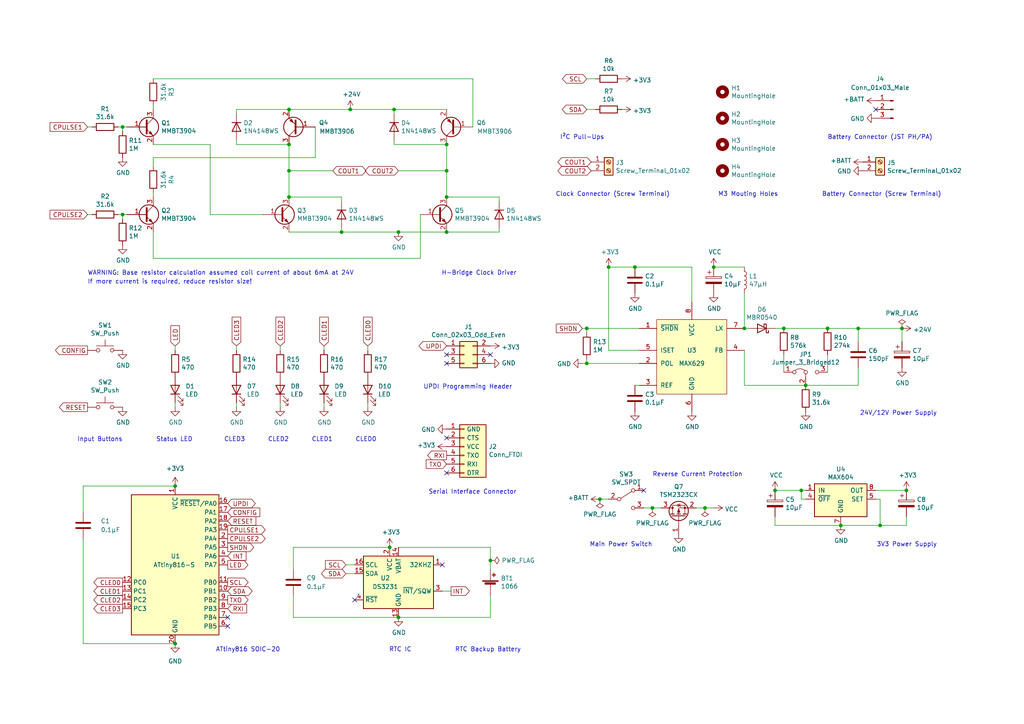
<source format=kicad_sch>
(kicad_sch (version 20211123) (generator eeschema)
  (paper "A4")
  (title_block (title "slock") (date "2022-11-16") (rev "1.1") (company "buckket.org"))
  (junction (at 35.56 62.23))
  (junction (at 170.18 95.25))
  (junction (at 232.41 142.24))
  (junction (at 170.18 105.41))
  (junction (at 101.6 31.75))
  (junction (at 204.47 147.32))
  (junction (at 115.57 179.07))
  (junction (at 129.54 49.53))
  (junction (at 176.53 77.47))
  (junction (at 255.27 152.4))
  (junction (at 215.9 95.25))
  (junction (at 35.56 36.83))
  (junction (at 227.33 95.25))
  (junction (at 189.23 147.32))
  (junction (at 142.24 162.56))
  (junction (at 261.62 95.25))
  (junction (at 248.92 95.25))
  (junction (at 50.8 186.69))
  (junction (at 114.3 31.75))
  (junction (at 83.82 41.91))
  (junction (at 99.06 67.31))
  (junction (at 262.89 142.24))
  (junction (at 50.8 140.97))
  (junction (at 129.54 41.91))
  (junction (at 83.82 31.75))
  (junction (at 115.57 67.31))
  (junction (at 113.03 158.75))
  (junction (at 173.99 144.78))
  (junction (at 233.68 111.76))
  (junction (at 83.82 49.53))
  (junction (at 129.54 67.31))
  (junction (at 129.54 57.15))
  (junction (at 207.01 77.47))
  (junction (at 243.84 152.4))
  (junction (at 184.15 77.47))
  (junction (at 224.79 142.24))
  (junction (at 240.03 95.25))
  (junction (at 83.82 57.15))
  (no_connect (at 66.04 181.61))
  (no_connect (at 129.54 102.87))
  (no_connect (at 102.87 173.99))
  (no_connect (at 66.04 179.07))
  (no_connect (at 142.24 102.87))
  (no_connect (at 129.54 127))
  (no_connect (at 129.54 137.16))
  (no_connect (at 186.69 142.24))
  (no_connect (at 129.54 105.41))
  (no_connect (at 254 31.75))
  (no_connect (at 128.27 163.83))
  (wire (pts (xy 68.58 31.75) (xy 68.58 33.02)))
  (wire (pts (xy 114.3 41.91) (xy 129.54 41.91)))
  (wire (pts (xy 262.89 149.86) (xy 262.89 152.4)))
  (wire (pts (xy 83.82 49.53) (xy 96.52 49.53)))
  (wire (pts (xy 114.3 31.75) (xy 114.3 33.02)))
  (wire (pts (xy 233.68 111.76) (xy 215.9 111.76)))
  (wire (pts (xy 44.45 45.72) (xy 91.44 45.72)))
  (wire (pts (xy 35.56 38.1) (xy 35.56 36.83)))
  (wire (pts (xy 240.03 95.25) (xy 248.92 95.25)))
  (wire (pts (xy 34.29 36.83) (xy 35.56 36.83)))
  (wire (pts (xy 262.89 152.4) (xy 255.27 152.4)))
  (wire (pts (xy 232.41 142.24) (xy 224.79 142.24)))
  (wire (pts (xy 144.78 57.15) (xy 144.78 58.42)))
  (wire (pts (xy 176.53 77.47) (xy 176.53 101.6)))
  (wire (pts (xy 233.68 142.24) (xy 232.41 142.24)))
  (wire (pts (xy 248.92 111.76) (xy 233.68 111.76)))
  (wire (pts (xy 248.92 106.68) (xy 248.92 111.76)))
  (wire (pts (xy 261.62 95.25) (xy 261.62 99.06)))
  (wire (pts (xy 254 142.24) (xy 262.89 142.24)))
  (wire (pts (xy 44.45 45.72) (xy 44.45 48.26)))
  (wire (pts (xy 68.58 31.75) (xy 83.82 31.75)))
  (wire (pts (xy 200.66 77.47) (xy 200.66 87.63)))
  (wire (pts (xy 81.28 118.11) (xy 81.28 116.84)))
  (wire (pts (xy 99.06 57.15) (xy 99.06 58.42)))
  (wire (pts (xy 24.13 186.69) (xy 50.8 186.69)))
  (wire (pts (xy 215.9 85.09) (xy 215.9 95.25)))
  (wire (pts (xy 50.8 100.33) (xy 50.8 101.6)))
  (wire (pts (xy 34.29 62.23) (xy 35.56 62.23)))
  (wire (pts (xy 24.13 148.59) (xy 24.13 140.97)))
  (wire (pts (xy 240.03 107.95) (xy 240.03 102.87)))
  (wire (pts (xy 204.47 147.32) (xy 207.01 147.32)))
  (wire (pts (xy 100.33 166.37) (xy 102.87 166.37)))
  (wire (pts (xy 144.78 67.31) (xy 144.78 66.04)))
  (wire (pts (xy 100.33 163.83) (xy 102.87 163.83)))
  (wire (pts (xy 232.41 144.78) (xy 232.41 142.24)))
  (wire (pts (xy 115.57 49.53) (xy 129.54 49.53)))
  (wire (pts (xy 35.56 63.5) (xy 35.56 62.23)))
  (wire (pts (xy 68.58 41.91) (xy 83.82 41.91)))
  (wire (pts (xy 129.54 41.91) (xy 129.54 49.53)))
  (wire (pts (xy 189.23 147.32) (xy 191.77 147.32)))
  (wire (pts (xy 83.82 31.75) (xy 101.6 31.75)))
  (wire (pts (xy 60.96 62.23) (xy 60.96 41.91)))
  (wire (pts (xy 50.8 118.11) (xy 50.8 116.84)))
  (wire (pts (xy 115.57 67.31) (xy 99.06 67.31)))
  (wire (pts (xy 35.56 36.83) (xy 36.83 36.83)))
  (wire (pts (xy 254 144.78) (xy 255.27 144.78)))
  (wire (pts (xy 85.09 165.1) (xy 85.09 158.75)))
  (wire (pts (xy 227.33 102.87) (xy 227.33 107.95)))
  (wire (pts (xy 207.01 77.47) (xy 215.9 77.47)))
  (wire (pts (xy 76.2 62.23) (xy 60.96 62.23)))
  (wire (pts (xy 99.06 67.31) (xy 99.06 66.04)))
  (wire (pts (xy 68.58 118.11) (xy 68.58 116.84)))
  (wire (pts (xy 224.79 149.86) (xy 224.79 152.4)))
  (wire (pts (xy 106.68 118.11) (xy 106.68 116.84)))
  (wire (pts (xy 172.72 22.86) (xy 170.18 22.86)))
  (wire (pts (xy 115.57 179.07) (xy 142.24 179.07)))
  (wire (pts (xy 173.99 144.78) (xy 176.53 144.78)))
  (wire (pts (xy 129.54 57.15) (xy 144.78 57.15)))
  (wire (pts (xy 176.53 77.47) (xy 184.15 77.47)))
  (wire (pts (xy 85.09 179.07) (xy 115.57 179.07)))
  (wire (pts (xy 81.28 100.33) (xy 81.28 101.6)))
  (wire (pts (xy 44.45 22.86) (xy 137.16 22.86)))
  (wire (pts (xy 83.82 41.91) (xy 83.82 49.53)))
  (wire (pts (xy 106.68 100.33) (xy 106.68 101.6)))
  (wire (pts (xy 25.4 36.83) (xy 26.67 36.83)))
  (wire (pts (xy 26.67 62.23) (xy 25.4 62.23)))
  (wire (pts (xy 215.9 111.76) (xy 215.9 101.6)))
  (wire (pts (xy 93.98 100.33) (xy 93.98 101.6)))
  (wire (pts (xy 255.27 152.4) (xy 243.84 152.4)))
  (wire (pts (xy 129.54 67.31) (xy 144.78 67.31)))
  (wire (pts (xy 44.45 74.93) (xy 44.45 67.31)))
  (wire (pts (xy 83.82 49.53) (xy 83.82 57.15)))
  (wire (pts (xy 93.98 118.11) (xy 93.98 116.84)))
  (wire (pts (xy 68.58 100.33) (xy 68.58 101.6)))
  (wire (pts (xy 176.53 101.6) (xy 185.42 101.6)))
  (wire (pts (xy 255.27 144.78) (xy 255.27 152.4)))
  (wire (pts (xy 185.42 111.76) (xy 184.15 111.76)))
  (wire (pts (xy 114.3 31.75) (xy 101.6 31.75)))
  (wire (pts (xy 168.91 105.41) (xy 170.18 105.41)))
  (wire (pts (xy 44.45 31.75) (xy 44.45 30.48)))
  (wire (pts (xy 170.18 104.14) (xy 170.18 105.41)))
  (wire (pts (xy 121.92 62.23) (xy 121.92 74.93)))
  (wire (pts (xy 168.91 95.25) (xy 170.18 95.25)))
  (wire (pts (xy 44.45 55.88) (xy 44.45 57.15)))
  (wire (pts (xy 129.54 49.53) (xy 129.54 57.15)))
  (wire (pts (xy 83.82 57.15) (xy 99.06 57.15)))
  (wire (pts (xy 170.18 95.25) (xy 185.42 95.25)))
  (wire (pts (xy 68.58 40.64) (xy 68.58 41.91)))
  (wire (pts (xy 142.24 158.75) (xy 115.57 158.75)))
  (wire (pts (xy 114.3 40.64) (xy 114.3 41.91)))
  (wire (pts (xy 172.72 31.75) (xy 170.18 31.75)))
  (wire (pts (xy 85.09 158.75) (xy 113.03 158.75)))
  (wire (pts (xy 224.79 95.25) (xy 227.33 95.25)))
  (wire (pts (xy 248.92 95.25) (xy 261.62 95.25)))
  (wire (pts (xy 215.9 95.25) (xy 217.17 95.25)))
  (wire (pts (xy 224.79 152.4) (xy 243.84 152.4)))
  (wire (pts (xy 204.47 147.32) (xy 201.93 147.32)))
  (wire (pts (xy 114.3 31.75) (xy 129.54 31.75)))
  (wire (pts (xy 248.92 99.06) (xy 248.92 95.25)))
  (wire (pts (xy 129.54 40.64) (xy 129.54 41.91)))
  (wire (pts (xy 142.24 172.72) (xy 142.24 179.07)))
  (wire (pts (xy 170.18 96.52) (xy 170.18 95.25)))
  (wire (pts (xy 35.56 62.23) (xy 36.83 62.23)))
  (wire (pts (xy 91.44 36.83) (xy 91.44 45.72)))
  (wire (pts (xy 121.92 74.93) (xy 44.45 74.93)))
  (wire (pts (xy 240.03 95.25) (xy 227.33 95.25)))
  (wire (pts (xy 233.68 144.78) (xy 232.41 144.78)))
  (wire (pts (xy 184.15 77.47) (xy 200.66 77.47)))
  (wire (pts (xy 85.09 172.72) (xy 85.09 179.07)))
  (wire (pts (xy 189.23 147.32) (xy 186.69 147.32)))
  (wire (pts (xy 170.18 105.41) (xy 185.42 105.41)))
  (wire (pts (xy 142.24 158.75) (xy 142.24 162.56)))
  (wire (pts (xy 142.24 162.56) (xy 142.24 165.1)))
  (wire (pts (xy 24.13 140.97) (xy 50.8 140.97)))
  (wire (pts (xy 137.16 22.86) (xy 137.16 36.83)))
  (wire (pts (xy 129.54 67.31) (xy 115.57 67.31)))
  (wire (pts (xy 60.96 41.91) (xy 44.45 41.91)))
  (wire (pts (xy 24.13 186.69) (xy 24.13 156.21)))
  (wire (pts (xy 128.27 171.45) (xy 130.81 171.45)))
  (wire (pts (xy 83.82 67.31) (xy 99.06 67.31)))
  (text "M3 Mouting Holes" (at 208.28 57.15 0) (effects (font (size 1.27 1.27)) (justify left bottom)))
  (text "RTC Backup Battery" (at 151.13 189.23 180) (effects (font (size 1.27 1.27)) (justify right bottom)))
  (text "ATtiny816 SOIC-20" (at 81.28 189.23 180) (effects (font (size 1.27 1.27)) (justify right bottom)))
  (text "Battery Connector (JST PH/PA)" (at 270.51 40.64 180) (effects (font (size 1.27 1.27)) (justify right bottom)))
  (text "Reverse Current Protection" (at 189.23 138.43 0) (effects (font (size 1.27 1.27)) (justify left bottom)))
  (text "RTC IC" (at 119.38 189.23 180) (effects (font (size 1.27 1.27)) (justify right bottom)))
  (text "UPDI Programming Header" (at 148.59 113.03 180) (effects (font (size 1.27 1.27)) (justify right bottom)))
  (text "CLED2" (at 83.82 128.27 180) (effects (font (size 1.27 1.27)) (justify right bottom)))
  (text "CLED3" (at 71.12 128.27 180) (effects (font (size 1.27 1.27)) (justify right bottom)))
  (text "Main Power Switch" (at 189.23 158.75 180) (effects (font (size 1.27 1.27)) (justify right bottom)))
  (text "WARNING: Base resistor calculation assumed coil current of about 6mA at 24V" (at 25.4 80.01 0) (effects (font (size 1.27 1.27)) (justify left bottom)))
  (text "Clock Connector (Screw Terminal)" (at 194.31 57.15 180) (effects (font (size 1.27 1.27)) (justify right bottom)))
  (text "Battery Connector (Screw Terminal)" (at 273.05 57.15 180) (effects (font (size 1.27 1.27)) (justify right bottom)))
  (text "3V3 Power Supply" (at 271.78 158.75 180) (effects (font (size 1.27 1.27)) (justify right bottom)))
  (text "Status LED" (at 55.88 128.27 180) (effects (font (size 1.27 1.27)) (justify right bottom)))
  (text "24V/12V Power Supply" (at 271.78 120.65 180) (effects (font (size 1.27 1.27)) (justify right bottom)))
  (text "CLED0" (at 109.22 128.27 180) (effects (font (size 1.27 1.27)) (justify right bottom)))
  (text "H-Bridge Clock Driver" (at 149.86 80.01 180) (effects (font (size 1.27 1.27)) (justify right bottom)))
  (text "I²C Pull-Ups" (at 175.26 40.64 180) (effects (font (size 1.27 1.27)) (justify right bottom)))
  (text "Serial Interface Connector" (at 149.86 143.51 180) (effects (font (size 1.27 1.27)) (justify right bottom)))
  (text "If more current is required, reduce resistor size!" (at 25.4 82.55 0) (effects (font (size 1.27 1.27)) (justify left bottom)))
  (text "Input Buttons" (at 35.56 128.27 180) (effects (font (size 1.27 1.27)) (justify right bottom)))
  (text "CLED1" (at 96.52 128.27 180) (effects (font (size 1.27 1.27)) (justify right bottom)))
  (global_label "CPULSE2" (shape output) (at 66.04 156.21 0) (property "Intersheet References" "${INTERSHEET_REFS}" (effects hide)))
  (global_label "CLED2" (shape input) (at 81.28 100.33 90) (property "Intersheet References" "${INTERSHEET_REFS}" (effects hide)))
  (global_label "COUT2" (shape bidirectional) (at 115.57 49.53 180) (property "Intersheet References" "${INTERSHEET_REFS}" (effects hide)))
  (global_label "RESET" (shape input) (at 66.04 151.13 0) (property "Intersheet References" "${INTERSHEET_REFS}" (effects hide)))
  (global_label "CONFIG" (shape output) (at 25.4 101.6 180) (property "Intersheet References" "${INTERSHEET_REFS}" (effects hide)))
  (global_label "INT" (shape output) (at 130.81 171.45 0) (property "Intersheet References" "${INTERSHEET_REFS}" (effects hide)))
  (global_label "RESET" (shape output) (at 25.4 118.11 180) (property "Intersheet References" "${INTERSHEET_REFS}" (effects hide)))
  (global_label "CLED1" (shape output) (at 35.56 171.45 180) (property "Intersheet References" "${INTERSHEET_REFS}" (effects hide)))
  (global_label "CONFIG" (shape input) (at 66.04 148.59 0) (property "Intersheet References" "${INTERSHEET_REFS}" (effects hide)))
  (global_label "SCL" (shape bidirectional) (at 170.18 22.86 180) (property "Intersheet References" "${INTERSHEET_REFS}" (effects hide)))
  (global_label "CPULSE1" (shape output) (at 66.04 153.67 0) (property "Intersheet References" "${INTERSHEET_REFS}" (effects hide)))
  (global_label "COUT1" (shape bidirectional) (at 96.52 49.53 0) (property "Intersheet References" "${INTERSHEET_REFS}" (effects hide)))
  (global_label "UPDI" (shape bidirectional) (at 66.04 146.05 0) (property "Intersheet References" "${INTERSHEET_REFS}" (effects hide)))
  (global_label "UPDI" (shape bidirectional) (at 129.54 100.33 180) (property "Intersheet References" "${INTERSHEET_REFS}" (effects hide)))
  (global_label "SDA" (shape bidirectional) (at 170.18 31.75 180) (property "Intersheet References" "${INTERSHEET_REFS}" (effects hide)))
  (global_label "CPULSE1" (shape input) (at 25.4 36.83 180) (property "Intersheet References" "${INTERSHEET_REFS}" (effects hide)))
  (global_label "CLED1" (shape input) (at 93.98 100.33 90) (property "Intersheet References" "${INTERSHEET_REFS}" (effects hide)))
  (global_label "SHDN" (shape input) (at 168.91 95.25 180) (property "Intersheet References" "${INTERSHEET_REFS}" (effects hide)))
  (global_label "CLED3" (shape input) (at 68.58 100.33 90) (property "Intersheet References" "${INTERSHEET_REFS}" (effects hide)))
  (global_label "CLED2" (shape output) (at 35.56 173.99 180) (property "Intersheet References" "${INTERSHEET_REFS}" (effects hide)))
  (global_label "LED" (shape output) (at 66.04 163.83 0) (property "Intersheet References" "${INTERSHEET_REFS}" (effects hide)))
  (global_label "INT" (shape input) (at 66.04 161.29 0) (property "Intersheet References" "${INTERSHEET_REFS}" (effects hide)))
  (global_label "TXO" (shape input) (at 129.54 134.62 180) (property "Intersheet References" "${INTERSHEET_REFS}" (effects hide)))
  (global_label "SDA" (shape bidirectional) (at 66.04 171.45 0) (property "Intersheet References" "${INTERSHEET_REFS}" (effects hide)))
  (global_label "CPULSE2" (shape input) (at 25.4 62.23 180) (property "Intersheet References" "${INTERSHEET_REFS}" (effects hide)))
  (global_label "RXI" (shape input) (at 66.04 176.53 0) (property "Intersheet References" "${INTERSHEET_REFS}" (effects hide)))
  (global_label "SCL" (shape output) (at 66.04 168.91 0) (property "Intersheet References" "${INTERSHEET_REFS}" (effects hide)))
  (global_label "CLED0" (shape output) (at 35.56 168.91 180) (property "Intersheet References" "${INTERSHEET_REFS}" (effects hide)))
  (global_label "CLED3" (shape output) (at 35.56 176.53 180) (property "Intersheet References" "${INTERSHEET_REFS}" (effects hide)))
  (global_label "COUT1" (shape bidirectional) (at 171.45 46.99 180) (property "Intersheet References" "${INTERSHEET_REFS}" (effects hide)))
  (global_label "RXI" (shape output) (at 129.54 132.08 180) (property "Intersheet References" "${INTERSHEET_REFS}" (effects hide)))
  (global_label "CLED0" (shape input) (at 106.68 100.33 90) (property "Intersheet References" "${INTERSHEET_REFS}" (effects hide)))
  (global_label "LED" (shape input) (at 50.8 100.33 90) (property "Intersheet References" "${INTERSHEET_REFS}" (effects hide)))
  (global_label "SDA" (shape bidirectional) (at 100.33 166.37 180) (property "Intersheet References" "${INTERSHEET_REFS}" (effects hide)))
  (global_label "SCL" (shape input) (at 100.33 163.83 180) (property "Intersheet References" "${INTERSHEET_REFS}" (effects hide)))
  (global_label "TXO" (shape output) (at 66.04 173.99 0) (property "Intersheet References" "${INTERSHEET_REFS}" (effects hide)))
  (global_label "SHDN" (shape output) (at 66.04 158.75 0) (property "Intersheet References" "${INTERSHEET_REFS}" (effects hide)))
  (global_label "COUT2" (shape bidirectional) (at 171.45 49.53 180) (property "Intersheet References" "${INTERSHEET_REFS}" (effects hide)))
  (symbol (lib_id "power:+BATT") (at 173.99 144.78 90) (unit 1)
    (property "Reference" "#PWR020" (effects hide))
    (property "Value" "+BATT" (at 170.7642 144.399 90) (effects (justify left)))
  )
  (symbol (lib_id "Switch:SW_SPDT") (at 181.61 144.78 0) (unit 1)
    (property "Reference" "SW3" (at 181.61 137.541 0))
    (property "Value" "SW_SPDT" (at 181.61 139.8524 0))
    (property "Footprint" "Button_Switch_THT:SW_E-Switch_EG1271_DPDT" (effects hide))
    (property "Datasheet" "https://sten-eswitch-13110800-production.s3.amazonaws.com/system/asset/product_line/data_sheet/119/EG.pdf" (effects hide))
    (property "MPN" "EG1271" (effects hide))
    (property "Value Modifier" "SPDT 30V 300mA" (effects hide))
  )
  (symbol (lib_id "power:VCC") (at 207.01 147.32 270) (unit 1)
    (property "Reference" "#PWR022" (effects hide))
    (property "Value" "VCC" (at 210.2612 147.701 90) (effects (justify left)))
  )
  (symbol (lib_id "power:PWR_FLAG") (at 173.99 144.78 180) (unit 1)
    (property "Reference" "#FLG02" (effects hide))
    (property "Value" "PWR_FLAG" (at 173.99 149.1742 0))
  )
  (symbol (lib_id "power:PWR_FLAG") (at 189.23 147.32 180) (unit 1)
    (property "Reference" "#FLG03" (effects hide))
    (property "Value" "PWR_FLAG" (at 189.23 151.7142 0))
  )
  (symbol (lib_id "power:VCC") (at 224.79 142.24 0) (unit 1)
    (property "Reference" "#PWR025" (effects hide))
    (property "Value" "VCC" (at 225.171 137.8458 0))
  )
  (symbol (lib_id "power:+3V3") (at 262.89 142.24 0) (unit 1)
    (property "Reference" "#PWR034" (effects hide))
    (property "Value" "+3V3" (at 263.271 137.8458 0))
  )
  (symbol (lib_id "power:GND") (at 243.84 152.4 0) (unit 1)
    (property "Reference" "#PWR027" (effects hide))
    (property "Value" "GND" (at 243.967 156.7942 0))
  )
  (symbol (lib_id "Device:C_Polarized") (at 224.79 146.05 0) (unit 1)
    (property "Reference" "C5" (at 227.7872 144.8816 0) (effects (justify left)))
    (property "Value" "10µF" (at 227.7872 147.193 0) (effects (justify left)))
    (property "Footprint" "Capacitor_Tantalum_SMD:CP_EIA-3216-18_Kemet-A_Pad1.58x1.35mm_HandSolder" (effects hide))
    (property "Datasheet" "https://content.kemet.com/datasheets/KEM_T2008_T494.pdf" (effects hide))
    (property "MPN" "T494A106K010AT" (effects hide))
    (property "Value Modifier" "10V 10%" (effects hide))
  )
  (symbol (lib_id "Device:C_Polarized") (at 262.89 146.05 0) (unit 1)
    (property "Reference" "C8" (at 265.8872 144.8816 0) (effects (justify left)))
    (property "Value" "10µF" (at 265.8872 147.193 0) (effects (justify left)))
    (property "Footprint" "Capacitor_Tantalum_SMD:CP_EIA-3216-18_Kemet-A_Pad1.58x1.35mm_HandSolder" (effects hide))
    (property "Datasheet" "https://content.kemet.com/datasheets/KEM_T2008_T494.pdf" (effects hide))
    (property "MPN" "T494A106K010AT" (effects hide))
    (property "Value Modifier" "10V 10%" (effects hide))
  )
  (symbol (lib_id "Transistor_BJT:MMBT3904") (at 41.91 62.23 0) (unit 1)
    (property "Reference" "Q2" (at 46.7614 61.0616 0) (effects (justify left)))
    (property "Value" "MMBT3904" (at 46.7614 63.373 0) (effects (justify left)))
    (property "Footprint" "Package_TO_SOT_SMD:SOT-23_Handsoldering" (effects hide))
    (property "Datasheet" "https://www.onsemi.com/pub/Collateral/2N3903-D.PDF" (effects hide))
    (property "MPN" "MMBT3904LT1G" (effects hide))
    (property "Value Modifier" "NPN 40V 200mA" (effects hide))
  )
  (symbol (lib_id "Transistor_BJT:MMBT3904") (at 41.91 36.83 0) (unit 1)
    (property "Reference" "Q1" (at 46.7614 35.6616 0) (effects (justify left)))
    (property "Value" "MMBT3904" (at 46.7614 37.973 0) (effects (justify left)))
    (property "Footprint" "Package_TO_SOT_SMD:SOT-23_Handsoldering" (effects hide))
    (property "Datasheet" "https://www.onsemi.com/pub/Collateral/2N3903-D.PDF" (effects hide))
    (property "MPN" "MMBT3904LT1G" (effects hide))
    (property "Value Modifier" "NPN 40V 200mA" (effects hide))
  )
  (symbol (lib_id "Transistor_BJT:MMBT3904") (at 81.28 62.23 0) (unit 1)
    (property "Reference" "Q3" (at 86.1314 61.0616 0) (effects (justify left)))
    (property "Value" "MMBT3904" (at 86.1314 63.373 0) (effects (justify left)))
    (property "Footprint" "Package_TO_SOT_SMD:SOT-23_Handsoldering" (effects hide))
    (property "Datasheet" "https://www.onsemi.com/pub/Collateral/2N3903-D.PDF" (effects hide))
    (property "MPN" "MMBT3904LT1G" (effects hide))
    (property "Value Modifier" "NPN 40V 200mA" (effects hide))
  )
  (symbol (lib_id "Transistor_BJT:MMBT3904") (at 127 62.23 0) (unit 1)
    (property "Reference" "Q5" (at 131.8514 61.0616 0) (effects (justify left)))
    (property "Value" "MMBT3904" (at 131.8514 63.373 0) (effects (justify left)))
    (property "Footprint" "Package_TO_SOT_SMD:SOT-23_Handsoldering" (effects hide))
    (property "Datasheet" "https://www.onsemi.com/pub/Collateral/2N3903-D.PDF" (effects hide))
    (property "MPN" "MMBT3904LT1G" (effects hide))
    (property "Value Modifier" "NPN 40V 200mA" (effects hide))
  )
  (symbol (lib_id "Transistor_BJT:MMBT3906") (at 86.36 36.83 180) (unit 1)
    (property "Reference" "Q4" (at 95.25 35.56 0) (effects (justify left)))
    (property "Value" "MMBT3906" (at 102.87 38.1 0) (effects (justify left)))
    (property "Footprint" "Package_TO_SOT_SMD:SOT-23_Handsoldering" (effects hide))
    (property "Datasheet" "https://www.onsemi.com/pub/Collateral/2N3906-D.PDF" (effects hide))
    (property "MPN" "MMBT3906LT1G" (effects hide))
    (property "Value Modifier" "PNP 40V 200mA" (effects hide))
  )
  (symbol (lib_id "Transistor_BJT:MMBT3906") (at 132.08 36.83 180) (unit 1)
    (property "Reference" "Q6" (at 140.97 35.56 0) (effects (justify left)))
    (property "Value" "MMBT3906" (at 148.59 38.1 0) (effects (justify left)))
    (property "Footprint" "Package_TO_SOT_SMD:SOT-23_Handsoldering" (effects hide))
    (property "Datasheet" "https://www.onsemi.com/pub/Collateral/2N3906-D.PDF" (effects hide))
    (property "MPN" "MMBT3906LT1G" (effects hide))
    (property "Value Modifier" "PNP 40V 200mA" (effects hide))
  )
  (symbol (lib_name "1N4148WS_3") (lib_id "Diode:1N4148WS") (at 68.58 36.83 270) (unit 1)
    (property "Reference" "D2" (at 70.612 35.6616 90) (effects (justify left)))
    (property "Value" "1N4148WS" (at 70.612 37.973 90) (effects (justify left)))
    (property "Footprint" "Diode_SMD:D_SOD-323_HandSoldering" (effects hide))
    (property "Datasheet" "https://www.vishay.com/docs/85751/1n4148ws.pdf" (effects hide))
    (property "MPN" "1N4148WS" (effects hide))
    (property "Value Modifier" "75V 150mA" (effects hide))
  )
  (symbol (lib_name "1N4148WS_2") (lib_id "Diode:1N4148WS") (at 99.06 62.23 270) (unit 1)
    (property "Reference" "D3" (at 101.092 61.0616 90) (effects (justify left)))
    (property "Value" "1N4148WS" (at 101.092 63.373 90) (effects (justify left)))
    (property "Footprint" "Diode_SMD:D_SOD-323_HandSoldering" (effects hide))
    (property "Datasheet" "https://www.vishay.com/docs/85751/1n4148ws.pdf" (effects hide))
    (property "MPN" "1N4148WS" (effects hide))
    (property "Value Modifier" "75V 150mA" (effects hide))
  )
  (symbol (lib_name "1N4148WS_1") (lib_id "Diode:1N4148WS") (at 114.3 36.83 270) (unit 1)
    (property "Reference" "D4" (at 116.332 35.6616 90) (effects (justify left)))
    (property "Value" "1N4148WS" (at 116.332 37.973 90) (effects (justify left)))
    (property "Footprint" "Diode_SMD:D_SOD-323_HandSoldering" (effects hide))
    (property "Datasheet" "https://www.vishay.com/docs/85751/1n4148ws.pdf" (effects hide))
    (property "MPN" "1N4148WS" (effects hide))
    (property "Value Modifier" "75V 150mA" (effects hide))
  )
  (symbol (lib_id "Diode:1N4148WS") (at 144.78 62.23 270) (unit 1)
    (property "Reference" "D5" (at 146.812 61.0616 90) (effects (justify left)))
    (property "Value" "1N4148WS" (at 146.812 63.373 90) (effects (justify left)))
    (property "Footprint" "Diode_SMD:D_SOD-323_HandSoldering" (effects hide))
    (property "Datasheet" "https://www.vishay.com/docs/85751/1n4148ws.pdf" (effects hide))
    (property "MPN" "1N4148WS" (effects hide))
    (property "Value Modifier" "75V 150mA" (effects hide))
  )
  (symbol (lib_id "Connector:Screw_Terminal_01x02") (at 255.27 46.99 0) (unit 1)
    (property "Reference" "J5" (at 257.302 47.1932 0) (effects (justify left)))
    (property "Value" "Screw_Terminal_01x02" (at 257.302 49.5046 0) (effects (justify left)))
    (property "Footprint" "TerminalBlock_4Ucon:TerminalBlock_4Ucon_1x02_P3.50mm_Horizontal" (effects hide))
    (property "Datasheet" "https://www.molex.com/pdm_docs/sd/393570002_sd.pdf" (effects hide))
    (property "MPN" "0393570002" (effects hide))
    (property "Value Modifier" "3.5mm Pitch" (effects hide))
    (property "Population" "DNP" (effects hide))
  )
  (symbol (lib_id "Connector:Screw_Terminal_01x02") (at 176.53 46.99 0) (unit 1)
    (property "Reference" "J3" (at 178.562 47.1932 0) (effects (justify left)))
    (property "Value" "Screw_Terminal_01x02" (at 178.562 49.5046 0) (effects (justify left)))
    (property "Footprint" "TerminalBlock_4Ucon:TerminalBlock_4Ucon_1x02_P3.50mm_Horizontal" (effects hide))
    (property "Datasheet" "https://www.molex.com/pdm_docs/sd/393570002_sd.pdf" (effects hide))
    (property "MPN" "0393570002" (effects hide))
    (property "Value Modifier" "3.5mm Pitch" (effects hide))
    (property "Population" "DNP" (effects hide))
  )
  (symbol (lib_id "power:GND") (at 250.19 49.53 270) (unit 1)
    (property "Reference" "#PWR028" (effects hide))
    (property "Value" "GND" (at 246.9388 49.657 90) (effects (justify right)))
  )
  (symbol (lib_id "power:+BATT") (at 250.19 46.99 90) (unit 1)
    (property "Reference" "#PWR029" (effects hide))
    (property "Value" "+BATT" (at 246.9642 46.609 90) (effects (justify left)))
  )
  (symbol (lib_id "Connector_Generic:Conn_02x03_Odd_Even") (at 134.62 102.87 0) (unit 1)
    (property "Reference" "J1" (at 135.89 94.8182 0))
    (property "Value" "Conn_02x03_Odd_Even" (at 135.89 97.1296 0))
    (property "Footprint" "Connector_PinHeader_2.54mm:PinHeader_2x03_P2.54mm_Vertical" (effects hide))
    (property "Value Modifier" "2.54mm Pitch" (effects hide))
    (property "Population" "DNP" (effects hide))
  )
  (symbol (lib_id "power:+3V3") (at 142.24 100.33 270) (unit 1)
    (property "Reference" "#PWR014" (effects hide))
    (property "Value" "+3V3" (at 145.4912 100.711 90) (effects (justify left)))
  )
  (symbol (lib_id "power:GND") (at 142.24 105.41 90) (unit 1)
    (property "Reference" "#PWR015" (effects hide))
    (property "Value" "GND" (at 145.4912 105.283 90) (effects (justify right)))
  )
  (symbol (lib_id "sclock:Conn_FTDI") (at 134.62 129.54 0) (unit 1)
    (property "Reference" "J2" (at 141.732 129.54 0) (effects (justify left)))
    (property "Value" "Conn_FTDI" (at 141.732 131.8514 0) (effects (justify left)))
    (property "Footprint" "Connector_PinHeader_2.54mm:PinHeader_1x06_P2.54mm_Horizontal" (effects hide))
    (property "Value Modifier" "2.54mm Pitch" (effects hide))
    (property "Population" "DNP" (effects hide))
  )
  (symbol (lib_id "power:GND") (at 129.54 124.46 270) (unit 1)
    (property "Reference" "#PWR012" (effects hide))
    (property "Value" "GND" (at 126.2888 124.587 90) (effects (justify right)))
  )
  (symbol (lib_id "Mechanical:MountingHole") (at 209.55 26.67 0) (unit 1)
    (property "Reference" "H1" (at 212.09 25.5016 0) (effects (justify left)))
    (property "Value" "MountingHole" (at 212.09 27.813 0) (effects (justify left)))
    (property "Footprint" "MountingHole:MountingHole_3.2mm_M3_Pad" (effects hide))
    (property "Population" "DNP" (effects hide))
    (property "Value Modifier" "M3" (effects hide))
  )
  (symbol (lib_id "Mechanical:MountingHole") (at 209.55 34.29 0) (unit 1)
    (property "Reference" "H2" (at 212.09 33.1216 0) (effects (justify left)))
    (property "Value" "MountingHole" (at 212.09 35.433 0) (effects (justify left)))
    (property "Footprint" "MountingHole:MountingHole_3.2mm_M3_Pad" (effects hide))
    (property "Population" "DNP" (effects hide))
    (property "Value Modifier" "M3" (effects hide))
  )
  (symbol (lib_id "Mechanical:MountingHole") (at 209.55 41.91 0) (unit 1)
    (property "Reference" "H3" (at 212.09 40.7416 0) (effects (justify left)))
    (property "Value" "MountingHole" (at 212.09 43.053 0) (effects (justify left)))
    (property "Footprint" "MountingHole:MountingHole_3.2mm_M3_Pad" (effects hide))
    (property "Population" "DNP" (effects hide))
    (property "Value Modifier" "M3" (effects hide))
  )
  (symbol (lib_id "Mechanical:MountingHole") (at 209.55 49.53 0) (unit 1)
    (property "Reference" "H4" (at 212.09 48.3616 0) (effects (justify left)))
    (property "Value" "MountingHole" (at 212.09 50.673 0) (effects (justify left)))
    (property "Footprint" "MountingHole:MountingHole_3.2mm_M3_Pad" (effects hide))
    (property "Population" "DNP" (effects hide))
    (property "Value Modifier" "M3" (effects hide))
  )
  (symbol (lib_id "Connector:Conn_01x03_Male") (at 259.08 31.75 0) (mirror y) (unit 1)
    (property "Reference" "J4" (at 255.27 22.86 0))
    (property "Value" "Conn_01x03_Male" (at 255.27 25.4 0))
    (property "Footprint" "Connector_JST:JST_PH_B3B-PH-K_1x03_P2.00mm_Vertical" (effects hide))
    (property "Population" "DNP" (effects hide))
    (property "Value Modifier" "2.00mm Pitch" (effects hide))
  )
  (symbol (lib_id "power:+BATT") (at 254 29.21 90) (unit 1)
    (property "Reference" "#PWR030" (effects hide))
    (property "Value" "+BATT" (at 250.7742 28.829 90) (effects (justify left)))
  )
  (symbol (lib_id "power:GND") (at 254 34.29 270) (unit 1)
    (property "Reference" "#PWR031" (effects hide))
    (property "Value" "GND" (at 250.7488 34.417 90) (effects (justify right)))
  )
  (symbol (lib_id "power:+24V") (at 101.6 31.75 0) (unit 1)
    (property "Reference" "#PWR08" (effects hide))
    (property "Value" "+24V" (at 101.981 27.3558 0))
  )
  (symbol (lib_id "power:PWR_FLAG") (at 142.24 162.56 270) (unit 1)
    (property "Reference" "#FLG01" (effects hide))
    (property "Value" "PWR_FLAG" (at 145.4912 162.56 90) (effects (justify left)))
  )
  (symbol (lib_id "power:GND") (at 115.57 179.07 0) (unit 1)
    (property "Reference" "#PWR011" (effects hide))
    (property "Value" "GND" (at 115.697 183.4642 0))
  )
  (symbol (lib_id "power:GND") (at 200.66 119.38 0) (unit 1)
    (property "Reference" "#PWR021" (effects hide))
    (property "Value" "GND" (at 200.787 123.7742 0))
  )
  (symbol (lib_id "power:+3V3") (at 113.03 158.75 0) (unit 1)
    (property "Reference" "#PWR09" (effects hide))
    (property "Value" "+3V3" (at 113.411 154.3558 0))
  )
  (symbol (lib_id "power:+3V3") (at 176.53 77.47 0) (unit 1)
    (property "Reference" "#PWR016" (effects hide))
    (property "Value" "+3V3" (at 176.911 73.0758 0))
  )
  (symbol (lib_id "power:GND") (at 115.57 67.31 0) (unit 1)
    (property "Reference" "#PWR010" (effects hide))
    (property "Value" "GND" (at 115.697 71.7042 0))
  )
  (symbol (lib_id "power:+3V3") (at 129.54 129.54 90) (unit 1)
    (property "Reference" "#PWR013" (effects hide))
    (property "Value" "+3V3" (at 126.2888 129.159 90) (effects (justify left)))
  )
  (symbol (lib_id "Device:R") (at 30.48 36.83 90) (unit 1)
    (property "Reference" "R1" (at 30.48 31.5722 90))
    (property "Value" "31.6k" (at 30.48 33.8836 90))
    (property "Footprint" "Resistor_SMD:R_0805_2012Metric_Pad1.20x1.40mm_HandSolder" (effects hide))
    (property "Datasheet" "https://www.yageo.com/upload/media/product/productsearch/datasheet/rchip/PYu-RC_Group_51_RoHS_L_11.pdf" (effects hide))
    (property "MPN" "RC0805FR-0731K6L" (effects hide))
    (property "Value Modifier" "1% 1/8W" (effects hide))
  )
  (symbol (lib_id "Device:R") (at 30.48 62.23 90) (unit 1)
    (property "Reference" "R2" (at 30.48 56.9722 90))
    (property "Value" "31.6k" (at 30.48 59.2836 90))
    (property "Footprint" "Resistor_SMD:R_0805_2012Metric_Pad1.20x1.40mm_HandSolder" (effects hide))
    (property "Datasheet" "https://www.yageo.com/upload/media/product/productsearch/datasheet/rchip/PYu-RC_Group_51_RoHS_L_11.pdf" (effects hide))
    (property "MPN" "RC0805FR-0731K6L" (effects hide))
    (property "Value Modifier" "1% 1/8W" (effects hide))
  )
  (symbol (lib_id "Device:R") (at 44.45 26.67 0) (unit 1)
    (property "Reference" "R3" (at 49.7078 26.67 90))
    (property "Value" "31.6k" (at 47.3964 26.67 90))
    (property "Footprint" "Resistor_SMD:R_0805_2012Metric_Pad1.20x1.40mm_HandSolder" (effects hide))
    (property "Datasheet" "https://www.yageo.com/upload/media/product/productsearch/datasheet/rchip/PYu-RC_Group_51_RoHS_L_11.pdf" (effects hide))
    (property "MPN" "RC0805FR-0731K6L" (effects hide))
    (property "Value Modifier" "1% 1/8W" (effects hide))
  )
  (symbol (lib_id "Device:R") (at 44.45 52.07 180) (unit 1)
    (property "Reference" "R4" (at 49.7078 52.07 90))
    (property "Value" "31.6k" (at 47.3964 52.07 90))
    (property "Footprint" "Resistor_SMD:R_0805_2012Metric_Pad1.20x1.40mm_HandSolder" (effects hide))
    (property "Datasheet" "https://www.yageo.com/upload/media/product/productsearch/datasheet/rchip/PYu-RC_Group_51_RoHS_L_11.pdf" (effects hide))
    (property "MPN" "RC0805FR-0731K6L" (effects hide))
    (property "Value Modifier" "1% 1/8W" (effects hide))
  )
  (symbol (lib_id "Timer_RTC:DS3231M") (at 115.57 168.91 0) (unit 1)
    (property "Reference" "U2" (at 111.76 167.64 0))
    (property "Value" "DS3231" (at 111.76 170.18 0))
    (property "Footprint" "Package_SO:SOIC-16W_7.5x10.3mm_P1.27mm" (effects hide))
    (property "Datasheet" "http://datasheets.maximintegrated.com/en/ds/DS3231.pdf" (effects hide))
    (property "MPN" "DS3231S#T&R" (effects hide))
    (property "Value Modifier" "16-SOIC not M" (effects hide))
  )
  (symbol (lib_id "Regulator_Linear:MAX604") (at 243.84 144.78 0) (unit 1)
    (property "Reference" "U4" (at 243.84 136.0932 0))
    (property "Value" "MAX604" (at 243.84 138.4046 0))
    (property "Footprint" "Package_SO:SOIC-8_3.9x4.9mm_P1.27mm" (effects hide))
    (property "Datasheet" "http://datasheets.maximintegrated.com/en/ds/MAX603-MAX604.pdf" (effects hide))
    (property "MPN" "MAX604ESA+" (effects hide))
  )
  (symbol (lib_id "sclock:MAX629") (at 200.66 102.87 0) (unit 1)
    (property "Reference" "U3" (at 200.66 101.6 0))
    (property "Value" "MAX629" (at 200.66 105.41 0))
    (property "Footprint" "Package_SO:SOIC-8_3.9x4.9mm_P1.27mm" (effects hide))
    (property "Datasheet" "https://datasheets.maximintegrated.com/en/ds/MAX629.pdf" (effects hide))
    (property "MPN" "MAX629ESA+" (effects hide))
  )
  (symbol (lib_id "Device:Battery_Cell") (at 142.24 170.18 0) (unit 1)
    (property "Reference" "BT1" (at 145.2372 167.7416 0) (effects (justify left)))
    (property "Value" "1066" (at 145.2372 170.053 0) (effects (justify left)))
    (property "Footprint" "sclock:BatteryHolder_Keystone_1066_1x2032" (effects hide))
    (property "Datasheet" "https://www.keyelco.com/product-pdf.cfm?p=723" (effects hide))
    (property "MPN" "1066" (effects hide))
    (property "Population" "DNP" (effects hide))
    (property "Value Modifier" "2032" (effects hide))
  )
  (symbol (lib_id "Device:C") (at 184.15 81.28 0) (unit 1)
    (property "Reference" "C2" (at 187.071 80.1116 0) (effects (justify left)))
    (property "Value" "0.1µF" (at 187.071 82.423 0) (effects (justify left)))
    (property "Footprint" "Capacitor_SMD:C_0805_2012Metric_Pad1.18x1.45mm_HandSolder" (effects hide))
    (property "Datasheet" "https://content.kemet.com/datasheets/KEM_C1002_X7R_SMD.pdf" (effects hide))
    (property "MPN" "C0805C104K5RACTU" (effects hide))
    (property "Value Modifier" "50V X7R" (effects hide))
  )
  (symbol (lib_id "power:GND") (at 184.15 85.09 0) (unit 1)
    (property "Reference" "#PWR017" (effects hide))
    (property "Value" "GND" (at 184.277 89.4842 0))
  )
  (symbol (lib_id "power:GND") (at 168.91 105.41 270) (unit 1)
    (property "Reference" "#PWR019" (effects hide))
    (property "Value" "GND" (at 165.6588 105.537 90) (effects (justify right)))
  )
  (symbol (lib_id "Device:C") (at 184.15 115.57 0) (unit 1)
    (property "Reference" "C3" (at 187.071 114.4016 0) (effects (justify left)))
    (property "Value" "0.1µF" (at 187.071 116.713 0) (effects (justify left)))
    (property "Footprint" "Capacitor_SMD:C_0805_2012Metric_Pad1.18x1.45mm_HandSolder" (effects hide))
    (property "Datasheet" "https://content.kemet.com/datasheets/KEM_C1002_X7R_SMD.pdf" (effects hide))
    (property "MPN" "C0805C104K5RACTU" (effects hide))
    (property "Value Modifier" "50V X7R" (effects hide))
  )
  (symbol (lib_id "power:GND") (at 184.15 119.38 0) (unit 1)
    (property "Reference" "#PWR018" (effects hide))
    (property "Value" "GND" (at 184.277 123.7742 0))
  )
  (symbol (lib_id "power:VCC") (at 207.01 77.47 0) (unit 1)
    (property "Reference" "#PWR023" (effects hide))
    (property "Value" "VCC" (at 207.391 73.0758 0))
  )
  (symbol (lib_id "Device:C_Polarized") (at 207.01 81.28 0) (unit 1)
    (property "Reference" "C4" (at 210.0072 80.1116 0) (effects (justify left)))
    (property "Value" "10µF" (at 210.0072 82.423 0) (effects (justify left)))
    (property "Footprint" "Capacitor_Tantalum_SMD:CP_EIA-7343-31_Kemet-D_Pad2.25x2.55mm_HandSolder" (effects hide))
    (property "Datasheet" "https://content.kemet.com/datasheets/KEM_T2009_T495.pdf" (effects hide))
    (property "MPN" "T495D106K035ATE125" (effects hide))
    (property "Value Modifier" "35V 10%" (effects hide))
  )
  (symbol (lib_id "power:GND") (at 207.01 85.09 0) (unit 1)
    (property "Reference" "#PWR024" (effects hide))
    (property "Value" "GND" (at 207.137 89.4842 0))
  )
  (symbol (lib_id "Device:L") (at 215.9 81.28 0) (unit 1)
    (property "Reference" "L1" (at 217.2208 80.1116 0) (effects (justify left)))
    (property "Value" "47µH" (at 217.2208 82.423 0) (effects (justify left)))
    (property "Footprint" "Inductor_SMD:L_Wuerth_WE-PD-Typ-LS_Handsoldering" (effects hide))
    (property "Datasheet" "https://www.eaton.com/content/dam/eaton/products/electronic-components/resources/data-sheet/eaton-dr-high-power-density-high-efficiency-shielded-drum-core-power-inductors-data-sheet.pdf" (effects hide))
    (property "MPN" "DR125-470-R" (effects hide))
    (property "Value Modifier" "74mOhm DCR" (effects hide))
  )
  (symbol (lib_id "Diode:MBR0540") (at 220.98 95.25 180) (unit 1)
    (property "Reference" "D6" (at 220.98 89.7382 0))
    (property "Value" "MBR0540" (at 220.98 92.0496 0))
    (property "Footprint" "Diode_SMD:D_SOD-123" (effects hide))
    (property "Datasheet" "http://www.mccsemi.com/up_pdf/MBR0520~MBR0580(SOD123).pdf" (effects hide))
    (property "MPN" "MBR0540T3G" (effects hide))
  )
  (symbol (lib_id "Device:R") (at 227.33 99.06 0) (unit 1)
    (property "Reference" "R8" (at 229.108 97.8916 0) (effects (justify left)))
    (property "Value" "576k" (at 229.108 100.203 0) (effects (justify left)))
    (property "Footprint" "Resistor_SMD:R_0805_2012Metric_Pad1.20x1.40mm_HandSolder" (effects hide))
    (property "Datasheet" "https://www.yageo.com/upload/media/product/productsearch/datasheet/rchip/PYu-RC_Group_51_RoHS_L_11.pdf" (effects hide))
    (property "MPN" "RC0805FR-07576KL" (effects hide))
    (property "Value Modifier" "1% 1/8W" (effects hide))
  )
  (symbol (lib_id "Device:R") (at 233.68 115.57 0) (unit 1)
    (property "Reference" "R9" (at 235.458 114.4016 0) (effects (justify left)))
    (property "Value" "31.6k" (at 235.458 116.713 0) (effects (justify left)))
    (property "Footprint" "Resistor_SMD:R_0805_2012Metric_Pad1.20x1.40mm_HandSolder" (effects hide))
    (property "Datasheet" "https://www.yageo.com/upload/media/product/productsearch/datasheet/rchip/PYu-RC_Group_51_RoHS_L_11.pdf" (effects hide))
    (property "MPN" "RC0805FR-0731K6L" (effects hide))
    (property "Value Modifier" "1% 1/8W" (effects hide))
  )
  (symbol (lib_id "Device:R") (at 240.03 99.06 0) (unit 1)
    (property "Reference" "R10" (at 241.808 97.8916 0) (effects (justify left)))
    (property "Value" "274k" (at 241.808 100.203 0) (effects (justify left)))
    (property "Footprint" "Resistor_SMD:R_0805_2012Metric_Pad1.20x1.40mm_HandSolder" (effects hide))
    (property "Datasheet" "https://www.yageo.com/upload/media/product/productsearch/datasheet/rchip/PYu-RC_Group_51_RoHS_L_11.pdf" (effects hide))
    (property "MPN" "RC0805FR-07274KL" (effects hide))
    (property "Value Modifier" "1% 1/8W" (effects hide))
  )
  (symbol (lib_id "Jumper:Jumper_3_Bridged12") (at 233.68 107.95 0) (unit 1)
    (property "Reference" "JP1" (at 233.68 102.7684 0))
    (property "Value" "Jumper_3_Bridged12" (at 233.68 105.0798 0))
    (property "Footprint" "Connector_PinHeader_2.54mm:PinHeader_1x03_P2.54mm_Vertical" (effects hide))
    (property "Value Modifier" "2.54mm Pitch" (effects hide))
    (property "Population" "DNP" (effects hide))
  )
  (symbol (lib_id "Device:Q_PMOS_GSD") (at 196.85 149.86 90) (unit 1)
    (property "Reference" "Q7" (at 196.85 141.1732 90))
    (property "Value" "TSM2323CX" (at 196.85 143.4846 90))
    (property "Footprint" "Package_TO_SOT_SMD:SOT-23_Handsoldering" (effects hide))
    (property "Datasheet" "https://www.taiwansemi.com/assets/uploads/datasheet/TSM2323_F15.pdf" (effects hide))
    (property "MPN" "TSM2323CX RFG" (effects hide))
    (property "Value Modifier" "PMOS 20V" (effects hide))
  )
  (symbol (lib_id "Device:LED") (at 50.8 113.03 90) (unit 1)
    (property "Reference" "D1" (at 53.7972 112.0394 90) (effects (justify right)))
    (property "Value" "LED" (at 53.7972 114.3508 90) (effects (justify right)))
    (property "Footprint" "LED_SMD:LED_0805_2012Metric_Pad1.15x1.40mm_HandSolder" (effects hide))
    (property "Datasheet" "https://www.we-online.com/katalog/datasheet/150080VS75000.pdf" (effects hide))
    (property "MPN" "150080VS75000" (effects hide))
    (property "Value Modifier" "570nm Green" (effects hide))
  )
  (symbol (lib_id "power:GND") (at 50.8 118.11 0) (unit 1)
    (property "Reference" "#PWR05" (effects hide))
    (property "Value" "GND" (at 50.927 122.5042 0))
  )
  (symbol (lib_id "Device:R") (at 50.8 105.41 0) (unit 1)
    (property "Reference" "R5" (at 52.578 104.2416 0) (effects (justify left)))
    (property "Value" "470" (at 52.578 106.553 0) (effects (justify left)))
    (property "Footprint" "Resistor_SMD:R_0805_2012Metric_Pad1.20x1.40mm_HandSolder" (effects hide))
    (property "Datasheet" "https://www.yageo.com/upload/media/product/productsearch/datasheet/rchip/PYu-RC_Group_51_RoHS_L_11.pdf" (effects hide))
    (property "MPN" "RC0805FR-07470RL" (effects hide))
    (property "Value Modifier" "1% 1/8W" (effects hide))
  )
  (symbol (lib_id "power:GND") (at 196.85 154.94 0) (unit 1)
    (property "Reference" "#PWR035" (effects hide))
    (property "Value" "GND" (at 196.977 159.3342 0))
  )
  (symbol (lib_id "power:GND") (at 233.68 119.38 0) (unit 1)
    (property "Reference" "#PWR026" (effects hide))
    (property "Value" "GND" (at 233.807 123.7742 0))
  )
  (symbol (lib_id "power:PWR_FLAG") (at 204.47 147.32 180) (unit 1)
    (property "Reference" "#FLG0101" (effects hide))
    (property "Value" "PWR_FLAG" (at 204.47 151.7142 0))
  )
  (symbol (lib_id "Device:C_Polarized") (at 261.62 102.87 0) (unit 1)
    (property "Reference" "C7" (at 264.6172 101.7016 0) (effects (justify left)))
    (property "Value" "10µF" (at 264.6172 104.013 0) (effects (justify left)))
    (property "Footprint" "Capacitor_Tantalum_SMD:CP_EIA-7343-31_Kemet-D_Pad2.25x2.55mm_HandSolder" (effects hide))
    (property "Datasheet" "https://content.kemet.com/datasheets/KEM_T2009_T495.pdf" (effects hide))
    (property "MPN" "T495D106K035ATE125" (effects hide))
    (property "Value Modifier" "35V 10%" (effects hide))
  )
  (symbol (lib_id "power:GND") (at 261.62 106.68 0) (unit 1)
    (property "Reference" "#PWR033" (effects hide))
    (property "Value" "GND" (at 261.747 111.0742 0))
  )
  (symbol (lib_id "power:+24V") (at 261.62 95.25 270) (unit 1)
    (property "Reference" "#PWR032" (effects hide))
    (property "Value" "+24V" (at 264.8712 95.631 90) (effects (justify left)))
  )
  (symbol (lib_id "power:PWR_FLAG") (at 261.62 95.25 0) (unit 1)
    (property "Reference" "#FLG04" (effects hide))
    (property "Value" "PWR_FLAG" (at 261.62 90.8558 0))
  )
  (symbol (lib_id "Device:R") (at 35.56 41.91 0) (unit 1)
    (property "Reference" "R11" (at 37.338 40.7416 0) (effects (justify left)))
    (property "Value" "1M" (at 37.338 43.053 0) (effects (justify left)))
    (property "Footprint" "Resistor_SMD:R_0805_2012Metric_Pad1.20x1.40mm_HandSolder" (effects hide))
    (property "Datasheet" "https://www.yageo.com/upload/media/product/productsearch/datasheet/rchip/PYu-RC_Group_51_RoHS_L_11.pdf" (effects hide))
    (property "MPN" " RC0805FR-071ML" (effects hide))
    (property "Value Modifier" "1% 1/8W" (effects hide))
  )
  (symbol (lib_id "Device:R") (at 35.56 67.31 0) (unit 1)
    (property "Reference" "R12" (at 37.338 66.1416 0) (effects (justify left)))
    (property "Value" "1M" (at 37.338 68.453 0) (effects (justify left)))
    (property "Footprint" "Resistor_SMD:R_0805_2012Metric_Pad1.20x1.40mm_HandSolder" (effects hide))
    (property "Datasheet" "https://www.yageo.com/upload/media/product/productsearch/datasheet/rchip/PYu-RC_Group_51_RoHS_L_11.pdf" (effects hide))
    (property "MPN" " RC0805FR-071ML" (effects hide))
    (property "Value Modifier" "1% 1/8W" (effects hide))
  )
  (symbol (lib_id "Device:C") (at 248.92 102.87 0) (unit 1)
    (property "Reference" "C6" (at 251.841 101.7016 0) (effects (justify left)))
    (property "Value" "150pF" (at 251.841 104.013 0) (effects (justify left)))
    (property "Footprint" "Capacitor_SMD:C_0805_2012Metric_Pad1.18x1.45mm_HandSolder" (effects hide))
    (property "Datasheet" "https://content.kemet.com/datasheets/KEM_C1003_C0G_SMD.pdf" (effects hide))
    (property "MPN" "C0805C151J5GACTU" (effects hide))
    (property "Value Modifier" "50V C0G" (effects hide))
  )
  (symbol (lib_id "power:GND") (at 35.56 45.72 0) (unit 1)
    (property "Reference" "#PWR036" (effects hide))
    (property "Value" "GND" (at 35.687 50.1142 0))
  )
  (symbol (lib_id "power:GND") (at 35.56 71.12 0) (unit 1)
    (property "Reference" "#PWR037" (effects hide))
    (property "Value" "GND" (at 35.687 75.5142 0))
  )
  (symbol (lib_id "Device:R") (at 170.18 100.33 0) (unit 1)
    (property "Reference" "R13" (at 171.958 99.1616 0) (effects (justify left)))
    (property "Value" "1M" (at 171.958 101.473 0) (effects (justify left)))
    (property "Footprint" "Resistor_SMD:R_0805_2012Metric_Pad1.20x1.40mm_HandSolder" (effects hide))
    (property "Datasheet" "https://www.yageo.com/upload/media/product/productsearch/datasheet/rchip/PYu-RC_Group_51_RoHS_L_11.pdf" (effects hide))
    (property "MPN" " RC0805FR-071ML" (effects hide))
    (property "Value Modifier" "1% 1/8W" (effects hide))
  )
  (symbol (lib_id "Device:R") (at 176.53 22.86 270) (unit 1)
    (property "Reference" "R6" (at 176.53 17.6022 90))
    (property "Value" "10k" (at 176.53 19.9136 90))
    (property "Footprint" "Resistor_SMD:R_0805_2012Metric_Pad1.20x1.40mm_HandSolder" (effects hide))
    (property "Datasheet" "https://www.yageo.com/upload/media/product/productsearch/datasheet/rchip/PYu-RC_Group_51_RoHS_L_11.pdf" (effects hide))
    (property "MPN" "RC0805FR-0710KL" (effects hide))
    (property "Value Modifier" "1% 1/8W" (effects hide))
  )
  (symbol (lib_id "Device:R") (at 176.53 31.75 270) (unit 1)
    (property "Reference" "R7" (at 176.53 26.4922 90))
    (property "Value" "10k" (at 176.53 28.8036 90))
    (property "Footprint" "Resistor_SMD:R_0805_2012Metric_Pad1.20x1.40mm_HandSolder" (effects hide))
    (property "Datasheet" "https://www.yageo.com/upload/media/product/productsearch/datasheet/rchip/PYu-RC_Group_51_RoHS_L_11.pdf" (effects hide))
    (property "MPN" "RC0805FR-0710KL" (effects hide))
    (property "Value Modifier" "1% 1/8W" (effects hide))
  )
  (symbol (lib_id "power:+3V3") (at 180.34 22.86 270) (unit 1)
    (property "Reference" "#PWR06" (effects hide))
    (property "Value" "+3V3" (at 183.5912 23.241 90) (effects (justify left)))
  )
  (symbol (lib_id "power:+3V3") (at 180.34 31.75 270) (unit 1)
    (property "Reference" "#PWR07" (effects hide))
    (property "Value" "+3V3" (at 183.5912 32.131 90) (effects (justify left)))
  )
  (symbol (lib_id "Switch:SW_Push") (at 30.48 101.6 0) (unit 1)
    (property "Reference" "SW1" (at 30.48 94.361 0))
    (property "Value" "SW_Push" (at 30.48 96.6724 0))
    (property "Footprint" "Button_Switch_SMD:SW_SPST_TL3342" (effects hide))
    (property "Datasheet" "https://sten-eswitch-13110800-production.s3.amazonaws.com/system/asset/product_line/data_sheet/165/TL3342.pdf" (effects hide))
    (property "MPN" "TL3342F160QG/TR" (effects hide))
    (property "Value Modifier" "SPST" (effects hide))
  )
  (symbol (lib_id "Switch:SW_Push") (at 30.48 118.11 0) (unit 1)
    (property "Reference" "SW2" (at 30.48 110.871 0))
    (property "Value" "SW_Push" (at 30.48 113.1824 0))
    (property "Footprint" "Button_Switch_SMD:SW_SPST_TL3342" (effects hide))
    (property "Datasheet" "https://sten-eswitch-13110800-production.s3.amazonaws.com/system/asset/product_line/data_sheet/165/TL3342.pdf" (effects hide))
    (property "MPN" "TL3342F160QG/TR" (effects hide))
    (property "Value Modifier" "SPST" (effects hide))
  )
  (symbol (lib_id "power:GND") (at 35.56 118.11 0) (unit 1)
    (property "Reference" "#PWR02" (effects hide))
    (property "Value" "GND" (at 35.687 122.5042 0))
  )
  (symbol (lib_id "power:GND") (at 35.56 101.6 0) (unit 1)
    (property "Reference" "#PWR01" (effects hide))
    (property "Value" "GND" (at 35.687 105.9942 0))
  )
  (symbol (lib_id "Device:LED") (at 93.98 113.03 90) (unit 1)
    (property "Reference" "D9" (at 96.9772 112.0394 90) (effects (justify right)))
    (property "Value" "LED" (at 96.9772 114.3508 90) (effects (justify right)))
    (property "Footprint" "LED_SMD:LED_0805_2012Metric_Pad1.15x1.40mm_HandSolder" (effects hide))
    (property "Datasheet" "https://www.we-online.de/katalog/datasheet/150080YS75000.pdf" (effects hide))
    (property "MPN" "150080YS75000" (effects hide))
    (property "Value Modifier" "590nm Yellow" (effects hide))
  )
  (symbol (lib_id "Device:R") (at 106.68 105.41 0) (unit 1)
    (property "Reference" "R17" (at 108.458 104.2416 0) (effects (justify left)))
    (property "Value" "470" (at 108.458 106.553 0) (effects (justify left)))
    (property "Footprint" "Resistor_SMD:R_0805_2012Metric_Pad1.20x1.40mm_HandSolder" (effects hide))
    (property "Datasheet" "https://www.yageo.com/upload/media/product/productsearch/datasheet/rchip/PYu-RC_Group_51_RoHS_L_11.pdf" (effects hide))
    (property "MPN" "RC0805FR-07470RL" (effects hide))
    (property "Value Modifier" "1% 1/8W" (effects hide))
  )
  (symbol (lib_id "Device:C") (at 85.09 168.91 0) (unit 1)
    (property "Reference" "C9" (at 88.9 167.6399 0) (effects (justify left)))
    (property "Value" "0.1µF" (at 88.9 170.1799 0) (effects (justify left)))
    (property "Footprint" "Capacitor_SMD:C_0805_2012Metric_Pad1.18x1.45mm_HandSolder" (effects hide))
    (property "Datasheet" "https://content.kemet.com/datasheets/KEM_C1002_X7R_SMD.pdf" (effects hide))
    (property "MPN" "C0805C104K5RACTU" (effects hide))
    (property "Value Modifier" "50V X7R" (effects hide))
  )
  (symbol (lib_id "power:GND") (at 68.58 118.11 0) (unit 1)
    (property "Reference" "#PWR038" (effects hide))
    (property "Value" "GND" (at 68.707 122.5042 0))
  )
  (symbol (lib_id "power:GND") (at 81.28 118.11 0) (unit 1)
    (property "Reference" "#PWR039" (effects hide))
    (property "Value" "GND" (at 81.407 122.5042 0))
  )
  (symbol (lib_id "power:GND") (at 106.68 118.11 0) (unit 1)
    (property "Reference" "#PWR041" (effects hide))
    (property "Value" "GND" (at 106.807 122.5042 0))
  )
  (symbol (lib_id "Device:C") (at 24.13 152.4 0) (unit 1)
    (property "Reference" "C1" (at 29.21 151.1299 0) (effects (justify left)))
    (property "Value" "0.1µF" (at 29.21 153.6699 0) (effects (justify left)))
    (property "Footprint" "Capacitor_SMD:C_0805_2012Metric_Pad1.18x1.45mm_HandSolder" (effects hide))
    (property "Datasheet" "https://content.kemet.com/datasheets/KEM_C1002_X7R_SMD.pdf" (effects hide))
    (property "MPN" "C0805C104K5RACTU" (effects hide))
    (property "Value Modifier" "50V X7R" (effects hide))
  )
  (symbol (lib_id "power:GND") (at 93.98 118.11 0) (unit 1)
    (property "Reference" "#PWR040" (effects hide))
    (property "Value" "GND" (at 94.107 122.5042 0))
  )
  (symbol (lib_id "MCU_Microchip_ATtiny:ATtiny816-S") (at 50.8 163.83 0) (unit 1)
    (property "Reference" "U1" (at 49.53 161.29 0) (effects (justify left)))
    (property "Value" "ATtiny816-S" (at 44.45 163.83 0) (effects (justify left)))
    (property "Footprint" "Package_SO:SOIC-20W_7.5x12.8mm_P1.27mm" (effects hide))
    (property "Datasheet" "https://ww1.microchip.com/downloads/aemDocuments/documents/MCU08/ProductDocuments/DataSheets/ATtiny417-814-816-817-DataSheet-DS40002288A.pdf" (effects hide))
    (property "MPN" "ATTINY816-SFR" (effects hide))
    (property "Value Modifier" "20-SOIC" (effects hide))
  )
  (symbol (lib_id "Device:LED") (at 106.68 113.03 90) (unit 1)
    (property "Reference" "D10" (at 109.6772 112.0394 90) (effects (justify right)))
    (property "Value" "LED" (at 109.6772 114.3508 90) (effects (justify right)))
    (property "Footprint" "LED_SMD:LED_0805_2012Metric_Pad1.15x1.40mm_HandSolder" (effects hide))
    (property "Datasheet" "https://www.we-online.de/katalog/datasheet/150080YS75000.pdf" (effects hide))
    (property "MPN" "150080YS75000" (effects hide))
    (property "Value Modifier" "590nm Yellow" (effects hide))
  )
  (symbol (lib_id "Device:R") (at 81.28 105.41 0) (unit 1)
    (property "Reference" "R15" (at 83.058 104.2416 0) (effects (justify left)))
    (property "Value" "470" (at 83.058 106.553 0) (effects (justify left)))
    (property "Footprint" "Resistor_SMD:R_0805_2012Metric_Pad1.20x1.40mm_HandSolder" (effects hide))
    (property "Datasheet" "https://www.yageo.com/upload/media/product/productsearch/datasheet/rchip/PYu-RC_Group_51_RoHS_L_11.pdf" (effects hide))
    (property "MPN" "RC0805FR-07470RL" (effects hide))
    (property "Value Modifier" "1% 1/8W" (effects hide))
  )
  (symbol (lib_id "power:+3V3") (at 50.8 140.97 0) (unit 1)
    (property "Reference" "#PWR03" (effects hide))
    (property "Value" "+3V3" (at 50.8 135.89 0))
  )
  (symbol (lib_id "Device:LED") (at 81.28 113.03 90) (unit 1)
    (property "Reference" "D8" (at 84.2772 112.0394 90) (effects (justify right)))
    (property "Value" "LED" (at 84.2772 114.3508 90) (effects (justify right)))
    (property "Footprint" "LED_SMD:LED_0805_2012Metric_Pad1.15x1.40mm_HandSolder" (effects hide))
    (property "Datasheet" "https://www.we-online.de/katalog/datasheet/150080YS75000.pdf" (effects hide))
    (property "MPN" "150080YS75000" (effects hide))
    (property "Value Modifier" "590nm Yellow" (effects hide))
  )
  (symbol (lib_id "power:GND") (at 50.8 186.69 0) (unit 1)
    (property "Reference" "#PWR04" (effects hide))
    (property "Value" "GND" (at 50.8 191.77 0))
  )
  (symbol (lib_id "Device:R") (at 68.58 105.41 0) (unit 1)
    (property "Reference" "R14" (at 70.358 104.2416 0) (effects (justify left)))
    (property "Value" "470" (at 70.358 106.553 0) (effects (justify left)))
    (property "Footprint" "Resistor_SMD:R_0805_2012Metric_Pad1.20x1.40mm_HandSolder" (effects hide))
    (property "Datasheet" "https://www.yageo.com/upload/media/product/productsearch/datasheet/rchip/PYu-RC_Group_51_RoHS_L_11.pdf" (effects hide))
    (property "MPN" "RC0805FR-07470RL" (effects hide))
    (property "Value Modifier" "1% 1/8W" (effects hide))
  )
  (symbol (lib_id "Device:R") (at 93.98 105.41 0) (unit 1)
    (property "Reference" "R16" (at 95.758 104.2416 0) (effects (justify left)))
    (property "Value" "470" (at 95.758 106.553 0) (effects (justify left)))
    (property "Footprint" "Resistor_SMD:R_0805_2012Metric_Pad1.20x1.40mm_HandSolder" (effects hide))
    (property "Datasheet" "https://www.yageo.com/upload/media/product/productsearch/datasheet/rchip/PYu-RC_Group_51_RoHS_L_11.pdf" (effects hide))
    (property "MPN" "RC0805FR-07470RL" (effects hide))
    (property "Value Modifier" "1% 1/8W" (effects hide))
  )
  (symbol (lib_id "Device:LED") (at 68.58 113.03 90) (unit 1)
    (property "Reference" "D7" (at 71.5772 112.0394 90) (effects (justify right)))
    (property "Value" "LED" (at 71.5772 114.3508 90) (effects (justify right)))
    (property "Footprint" "LED_SMD:LED_0805_2012Metric_Pad1.15x1.40mm_HandSolder" (effects hide))
    (property "Datasheet" "https://www.we-online.de/katalog/datasheet/150080YS75000.pdf" (effects hide))
    (property "MPN" "150080YS75000" (effects hide))
    (property "Value Modifier" "590nm Yellow" (effects hide))
  )
)
</source>
